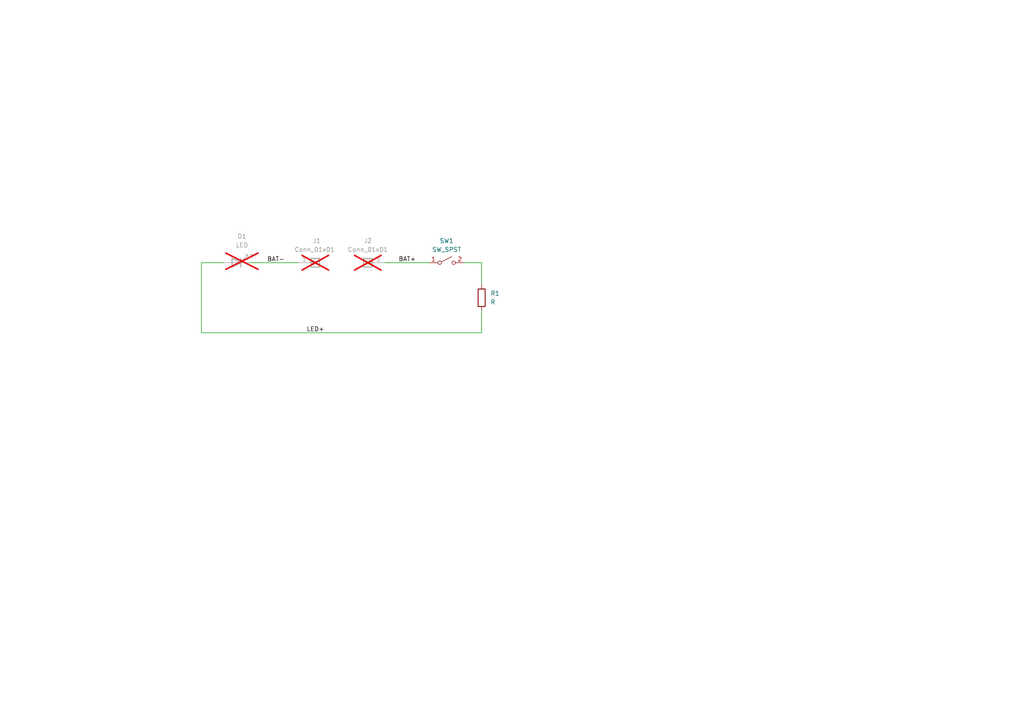
<source format=kicad_sch>
(kicad_sch (version 20250114) (generator "eeschema") (generator_version "9.0")
  (paper "A4")
  (lib_symbols
    (symbol "Connector_Generic:Conn_01x01" (pin_names (offset 1.016) (hide yes))
      (property "Reference" "J" (at 0 2.54 0))
      (property "Value" "Conn_01x01" (at 0 -2.54 0))
      (symbol "Conn_01x01_1_1"
        (rectangle (start -1.27 1.27) (end 1.27 -1.27) (stroke (width 0.254)) (fill (type background)))
        (rectangle (start -1.27 0.127) (end 0 -0.127) (stroke (width 0.1524)))
        (pin passive line (at -5.08 0 0) (length 3.81) (name "Pin_1") (number "1"))
      )
    )
    (symbol "Device:LED" (pin_numbers (hide yes)) (pin_names (offset 1.016) (hide yes))
      (property "Reference" "D" (at 0 2.54 0))
      (property "Value" "LED" (at 0 -2.54 0))
      (symbol "LED_0_1"
        (polyline (pts (xy -3.048 -0.762) (xy -4.572 -2.286) (xy -3.81 -2.286) (xy -4.572 -2.286) (xy -4.572 -1.524)))
        (polyline (pts (xy -1.778 -0.762) (xy -3.302 -2.286) (xy -2.54 -2.286) (xy -3.302 -2.286) (xy -3.302 -1.524)))
        (polyline (pts (xy -1.27 0) (xy 1.27 0)))
        (polyline (pts (xy -1.27 -1.27) (xy -1.27 1.27)) (stroke (width 0.254)))
        (polyline (pts (xy 1.27 -1.27) (xy 1.27 1.27) (xy -1.27 0) (xy 1.27 -1.27)) (stroke (width 0.254)))
      )
      (symbol "LED_1_1"
        (pin passive line (at -3.81 0 0) (length 2.54) (name "K") (number "1"))
        (pin passive line (at 3.81 0 180) (length 2.54) (name "A") (number "2"))
      )
    )
    (symbol "Device:R" (pin_numbers (hide yes)) (pin_names (offset 0))
      (property "Reference" "R" (at 2.032 0 90))
      (property "Value" "R" (at 0 0 90))
      (symbol "R_0_1"
        (rectangle (start -1.016 -2.54) (end 1.016 2.54) (stroke (width 0.254)))
      )
      (symbol "R_1_1"
        (pin passive line (at 0 3.81 270) (length 1.27) (name "~") (number "1"))
        (pin passive line (at 0 -3.81 90) (length 1.27) (name "~") (number "2"))
      )
    )
    (symbol "Switch:SW_SPST" (pin_names (offset 0) (hide yes))
      (property "Reference" "SW" (at 0 3.175 0))
      (property "Value" "SW_SPST" (at 0 -2.54 0))
      (symbol "SW_SPST_0_0"
        (circle (center -2.032 0) (radius 0.508))
        (polyline (pts (xy -1.524 0.254) (xy 1.524 1.778)))
        (circle (center 2.032 0) (radius 0.508))
      )
      (symbol "SW_SPST_1_1"
        (pin passive line (at -5.08 0 0) (length 2.54) (name "A") (number "1"))
        (pin passive line (at 5.08 0 180) (length 2.54) (name "B") (number "2"))
      )
    )
  )
  (wire (pts (xy 134.62 76.2) (xy 139.7 76.2)))
  (wire (pts (xy 139.7 96.52) (xy 139.7 90.17)))
  (wire (pts (xy 72.39 76.2) (xy 86.36 76.2)))
  (wire (pts (xy 111.76 76.2) (xy 124.46 76.2)))
  (wire (pts (xy 58.42 96.52) (xy 139.7 96.52)))
  (wire (pts (xy 58.42 76.2) (xy 58.42 96.52)))
  (wire (pts (xy 139.7 76.2) (xy 139.7 82.55)))
  (wire (pts (xy 64.77 76.2) (xy 58.42 76.2)))
  (label "LED+" (at 88.9 96.52 0))
  (label "BAT+" (at 115.57 76.2 0))
  (label "BAT-" (at 77.47 76.2 0))
  (symbol (lib_id "Device:LED") (at 68.58 76.2 180) (unit 1) (dnp yes)
    (property "Reference" "D1" (at 70.1675 68.58 0))
    (property "Value" "LED" (at 70.1675 71.12 0))
    (property "Footprint" "led_jewellery:LED" (effects (hide yes)))
    (property "Description" "Light emitting diode" (effects (hide yes)))
    (property "Sim.Pins" "1=K 2=A" (effects (hide yes)))
  )
  (symbol (lib_id "Connector_Generic:Conn_01x01") (at 91.44 76.2 0) (unit 1) (dnp yes)
    (property "Reference" "J1" (at 90.678 69.85 0) (effects (justify left)))
    (property "Value" "Conn_01x01" (at 85.344 72.39 0) (effects (justify left)))
    (property "Footprint" "led_jewellery:9mm_pad" (effects (hide yes)))
    (property "Description" "Generic connector, single row, 01x01, script generated (kicad-library-utils/schlib/autogen/connector/)" (effects (hide yes)))
  )
  (symbol (lib_id "Connector_Generic:Conn_01x01") (at 106.68 76.2 0) (mirror y) (unit 1) (dnp yes)
    (property "Reference" "J2" (at 106.68 69.85 0))
    (property "Value" "Conn_01x01" (at 106.68 72.39 0))
    (property "Footprint" "led_jewellery:9mm_pad" (effects (hide yes)))
    (property "Description" "Generic connector, single row, 01x01, script generated (kicad-library-utils/schlib/autogen/connector/)" (effects (hide yes)))
  )
  (symbol (lib_id "Device:R") (at 139.7 86.36 0) (unit 1)
    (property "Reference" "R1" (at 142.24 85.0899 0) (effects (justify left)))
    (property "Value" "R" (at 142.24 87.6299 0) (effects (justify left)))
    (property "Footprint" "Resistor_SMD:R_0805_2012Metric" (effects (hide yes)))
    (property "Description" "Resistor" (effects (hide yes)))
    (property "LCSC_part#" "C17408" (effects (hide yes)))
  )
  (symbol (lib_id "Switch:SW_SPST") (at 129.54 76.2 0) (unit 1)
    (property "Reference" "SW1" (at 129.54 69.85 0))
    (property "Value" "SW_SPST" (at 129.54 72.39 0))
    (property "Footprint" "diptronics_ta3:diptronics_ta3" (effects (hide yes)))
    (property "Description" "Single Pole Single Throw (SPST) switch" (effects (hide yes)))
    (property "LCSC_part#" "C501583" (effects (hide yes)))
  )
)
</source>
